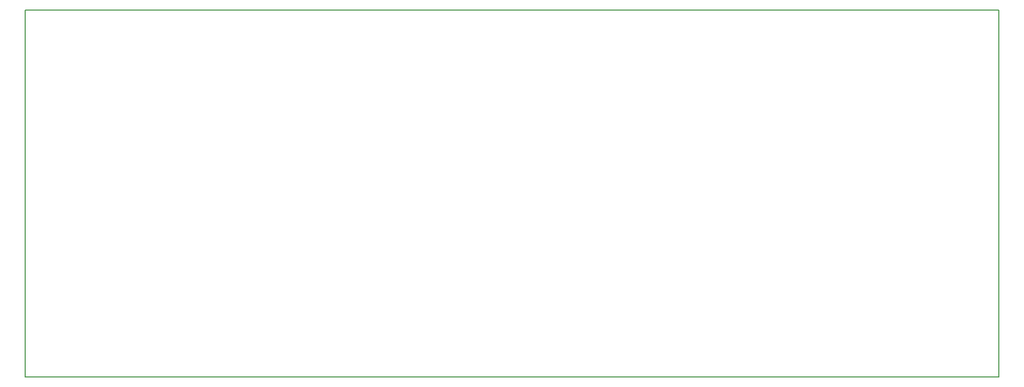
<source format=gm1>
G04 MADE WITH FRITZING*
G04 WWW.FRITZING.ORG*
G04 DOUBLE SIDED*
G04 HOLES PLATED*
G04 CONTOUR ON CENTER OF CONTOUR VECTOR*
%ASAXBY*%
%FSLAX23Y23*%
%MOIN*%
%OFA0B0*%
%SFA1.0B1.0*%
%ADD10R,6.456700X2.440940*%
%ADD11C,0.008000*%
%ADD10C,0.008*%
%LNCONTOUR*%
G90*
G70*
G54D10*
G54D11*
X4Y2437D02*
X6453Y2437D01*
X6453Y4D01*
X4Y4D01*
X4Y2437D01*
D02*
G04 End of contour*
M02*
</source>
